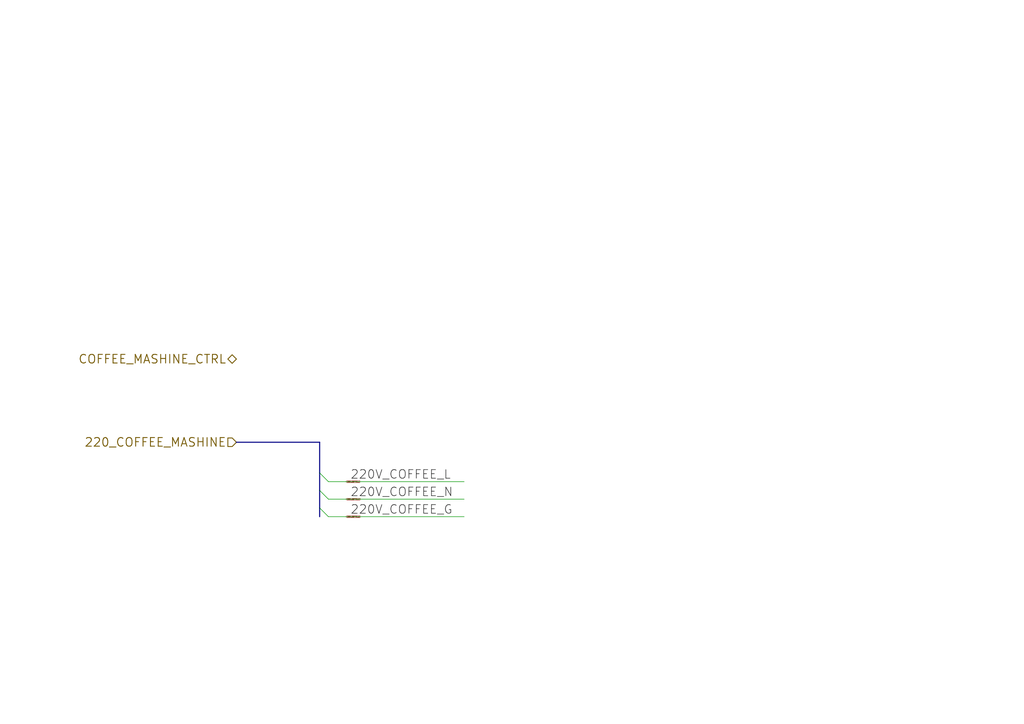
<source format=kicad_sch>
(kicad_sch
	(version 20231120)
	(generator "eeschema")
	(generator_version "8.0")
	(uuid "99e184b9-ee59-4ca5-9f6b-13214cc8fa55")
	(paper "A4")
	(lib_symbols)
	(bus_entry
		(at 92.71 147.32)
		(size 2.54 2.54)
		(stroke
			(width 0)
			(type default)
		)
		(uuid "261aecaf-bea0-41c6-8c1a-a53fe1d7d98d")
	)
	(bus_entry
		(at 92.71 142.24)
		(size 2.54 2.54)
		(stroke
			(width 0)
			(type default)
		)
		(uuid "4764dbba-7b55-4e05-8ddb-6095e15f0f8f")
	)
	(bus_entry
		(at 92.71 137.16)
		(size 2.54 2.54)
		(stroke
			(width 0)
			(type default)
		)
		(uuid "d3ff6c36-8e83-4790-91ab-1555541126f9")
	)
	(wire
		(pts
			(xy 95.25 144.78) (xy 134.62 144.78)
		)
		(stroke
			(width 0)
			(type default)
		)
		(uuid "3007cead-c115-4bb1-9c9e-85b3cea7657d")
	)
	(bus
		(pts
			(xy 68.58 128.27) (xy 92.71 128.27)
		)
		(stroke
			(width 0)
			(type default)
		)
		(uuid "555c149e-10f5-4282-9d7b-550a5ec0fbb4")
	)
	(bus
		(pts
			(xy 92.71 142.24) (xy 92.71 147.32)
		)
		(stroke
			(width 0)
			(type default)
		)
		(uuid "5b8772b2-abc4-429a-99af-13014f61b0af")
	)
	(bus
		(pts
			(xy 92.71 147.32) (xy 92.71 149.86)
		)
		(stroke
			(width 0)
			(type default)
		)
		(uuid "75417e11-4fff-4f29-b8dc-16d398685c46")
	)
	(wire
		(pts
			(xy 95.25 139.7) (xy 134.62 139.7)
		)
		(stroke
			(width 0)
			(type default)
		)
		(uuid "96d977da-7a95-4dd8-84f1-ba1abf63487f")
	)
	(bus
		(pts
			(xy 92.71 128.27) (xy 92.71 137.16)
		)
		(stroke
			(width 0)
			(type default)
		)
		(uuid "cb59e21e-e2db-4fec-abc5-fc437b950b1d")
	)
	(wire
		(pts
			(xy 95.25 149.86) (xy 134.62 149.86)
		)
		(stroke
			(width 0)
			(type default)
		)
		(uuid "d1e3527f-8bbd-4488-afdf-9eda49f1befd")
	)
	(bus
		(pts
			(xy 92.71 137.16) (xy 92.71 142.24)
		)
		(stroke
			(width 0)
			(type default)
		)
		(uuid "d6ed6045-66f9-4c01-aaa0-321b6080b3f7")
	)
	(label "220V_COFFEE_G"
		(at 101.6 149.86 0)
		(fields_autoplaced yes)
		(effects
			(font
				(size 2.5 2.5)
			)
			(justify left bottom)
		)
		(uuid "5c1d7398-153e-4afa-97da-a6caa744331f")
	)
	(label "220V_COFFEE_L"
		(at 101.6 139.7 0)
		(fields_autoplaced yes)
		(effects
			(font
				(size 2.5 2.5)
			)
			(justify left bottom)
		)
		(uuid "a2dfc4a2-129e-48b3-913c-a7d5a421ec01")
	)
	(label "220V_COFFEE_N"
		(at 101.6 144.78 0)
		(fields_autoplaced yes)
		(effects
			(font
				(size 2.5 2.5)
			)
			(justify left bottom)
		)
		(uuid "e2b27f13-5710-431d-b1b6-7f0916f925d4")
	)
	(global_label "220V_COFFEE_L"
		(shape input)
		(at 100.33 139.7 0)
		(fields_autoplaced yes)
		(effects
			(font
				(size 0.3 0.3)
			)
			(justify left)
		)
		(uuid "c471b93e-55cc-4184-a918-01142b7f53f5")
		(property "Intersheetrefs" "${INTERSHEET_REFS}"
			(at 104.5209 139.7 0)
			(effects
				(font
					(size 1.27 1.27)
				)
				(justify left)
				(hide yes)
			)
		)
	)
	(global_label "220V_COFFEE_N"
		(shape input)
		(at 100.33 144.78 0)
		(fields_autoplaced yes)
		(effects
			(font
				(size 0.3 0.3)
			)
			(justify left)
		)
		(uuid "e31489ea-b091-4a51-aca5-540248df9a9a")
		(property "Intersheetrefs" "${INTERSHEET_REFS}"
			(at 104.5923 144.78 0)
			(effects
				(font
					(size 1.27 1.27)
				)
				(justify left)
				(hide yes)
			)
		)
	)
	(global_label "220V_COFFEE_G"
		(shape input)
		(at 100.33 149.86 0)
		(fields_autoplaced yes)
		(effects
			(font
				(size 0.3 0.3)
			)
			(justify left)
		)
		(uuid "e5b3d51c-6ac6-4a81-a19b-531a8b2b430a")
		(property "Intersheetrefs" "${INTERSHEET_REFS}"
			(at 104.578 149.86 0)
			(effects
				(font
					(size 1.27 1.27)
				)
				(justify left)
				(hide yes)
			)
		)
	)
	(hierarchical_label "220_COFFEE_MASHINE"
		(shape input)
		(at 68.58 128.27 180)
		(fields_autoplaced yes)
		(effects
			(font
				(size 2.5 2.5)
				(thickness 0.254)
				(bold yes)
			)
			(justify right)
		)
		(uuid "3e887468-9d45-4bee-9773-10107185624d")
	)
	(hierarchical_label "COFFEE_MASHINE_CTRL"
		(shape bidirectional)
		(at 68.58 104.14 180)
		(fields_autoplaced yes)
		(effects
			(font
				(size 2.5 2.5)
				(thickness 0.254)
				(bold yes)
			)
			(justify right)
		)
		(uuid "b3efaa1a-2b9f-4c0a-b302-2cf36eba3ea8")
	)
)

</source>
